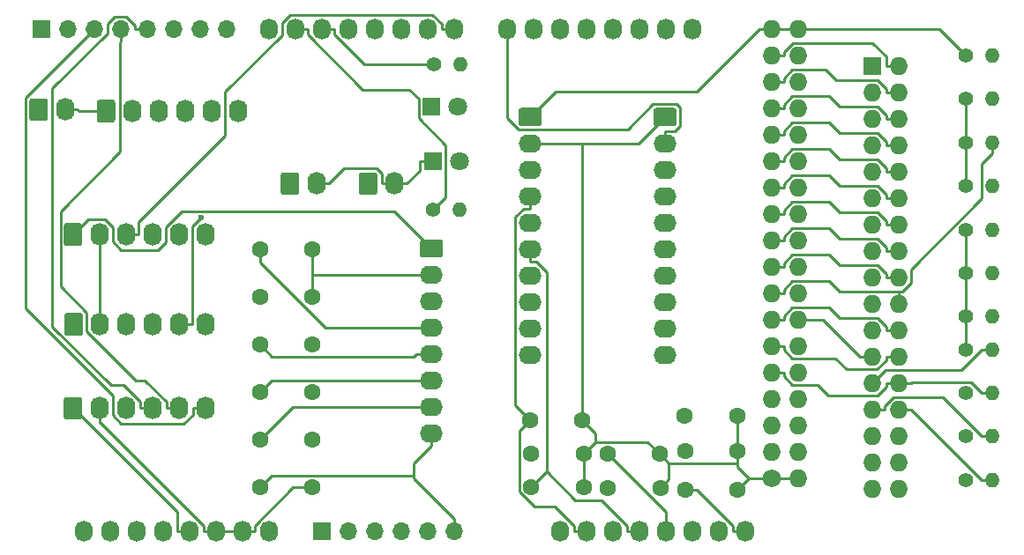
<source format=gbr>
G04 #@! TF.GenerationSoftware,KiCad,Pcbnew,(5.1.5-0-10_14)*
G04 #@! TF.CreationDate,2021-10-24T15:57:11+10:00*
G04 #@! TF.ProjectId,Hornet Forward Input Shield,486f726e-6574-4204-966f-727761726420,rev?*
G04 #@! TF.SameCoordinates,Original*
G04 #@! TF.FileFunction,Copper,L1,Top*
G04 #@! TF.FilePolarity,Positive*
%FSLAX46Y46*%
G04 Gerber Fmt 4.6, Leading zero omitted, Abs format (unit mm)*
G04 Created by KiCad (PCBNEW (5.1.5-0-10_14)) date 2021-10-24 15:57:11*
%MOMM*%
%LPD*%
G04 APERTURE LIST*
%ADD10O,2.200000X1.740000*%
%ADD11C,0.100000*%
%ADD12O,1.740000X2.200000*%
%ADD13C,1.400000*%
%ADD14O,1.400000X1.400000*%
%ADD15C,1.800000*%
%ADD16R,1.800000X1.800000*%
%ADD17C,1.600000*%
%ADD18O,1.700000X1.700000*%
%ADD19R,1.700000X1.700000*%
%ADD20O,1.727200X1.727200*%
%ADD21R,1.727200X1.727200*%
%ADD22C,1.727200*%
%ADD23O,1.727200X2.032000*%
%ADD24C,0.600000*%
%ADD25C,0.250000*%
G04 APERTURE END LIST*
D10*
X164719000Y-109728000D03*
X164719000Y-107188000D03*
X164719000Y-104648000D03*
X164719000Y-102108000D03*
X164719000Y-99568000D03*
X164719000Y-97028000D03*
X164719000Y-94488000D03*
G04 #@! TA.AperFunction,ComponentPad*
D11*
G36*
X165593505Y-91079204D02*
G01*
X165617773Y-91082804D01*
X165641572Y-91088765D01*
X165664671Y-91097030D01*
X165686850Y-91107520D01*
X165707893Y-91120132D01*
X165727599Y-91134747D01*
X165745777Y-91151223D01*
X165762253Y-91169401D01*
X165776868Y-91189107D01*
X165789480Y-91210150D01*
X165799970Y-91232329D01*
X165808235Y-91255428D01*
X165814196Y-91279227D01*
X165817796Y-91303495D01*
X165819000Y-91327999D01*
X165819000Y-92568001D01*
X165817796Y-92592505D01*
X165814196Y-92616773D01*
X165808235Y-92640572D01*
X165799970Y-92663671D01*
X165789480Y-92685850D01*
X165776868Y-92706893D01*
X165762253Y-92726599D01*
X165745777Y-92744777D01*
X165727599Y-92761253D01*
X165707893Y-92775868D01*
X165686850Y-92788480D01*
X165664671Y-92798970D01*
X165641572Y-92807235D01*
X165617773Y-92813196D01*
X165593505Y-92816796D01*
X165569001Y-92818000D01*
X163868999Y-92818000D01*
X163844495Y-92816796D01*
X163820227Y-92813196D01*
X163796428Y-92807235D01*
X163773329Y-92798970D01*
X163751150Y-92788480D01*
X163730107Y-92775868D01*
X163710401Y-92761253D01*
X163692223Y-92744777D01*
X163675747Y-92726599D01*
X163661132Y-92706893D01*
X163648520Y-92685850D01*
X163638030Y-92663671D01*
X163629765Y-92640572D01*
X163623804Y-92616773D01*
X163620204Y-92592505D01*
X163619000Y-92568001D01*
X163619000Y-91327999D01*
X163620204Y-91303495D01*
X163623804Y-91279227D01*
X163629765Y-91255428D01*
X163638030Y-91232329D01*
X163648520Y-91210150D01*
X163661132Y-91189107D01*
X163675747Y-91169401D01*
X163692223Y-91151223D01*
X163710401Y-91134747D01*
X163730107Y-91120132D01*
X163751150Y-91107520D01*
X163773329Y-91097030D01*
X163796428Y-91088765D01*
X163820227Y-91082804D01*
X163844495Y-91079204D01*
X163868999Y-91078000D01*
X165569001Y-91078000D01*
X165593505Y-91079204D01*
G37*
G04 #@! TD.AperFunction*
D12*
X153670000Y-85725000D03*
G04 #@! TA.AperFunction,ComponentPad*
D11*
G36*
X151774505Y-84626204D02*
G01*
X151798773Y-84629804D01*
X151822572Y-84635765D01*
X151845671Y-84644030D01*
X151867850Y-84654520D01*
X151888893Y-84667132D01*
X151908599Y-84681747D01*
X151926777Y-84698223D01*
X151943253Y-84716401D01*
X151957868Y-84736107D01*
X151970480Y-84757150D01*
X151980970Y-84779329D01*
X151989235Y-84802428D01*
X151995196Y-84826227D01*
X151998796Y-84850495D01*
X152000000Y-84874999D01*
X152000000Y-86575001D01*
X151998796Y-86599505D01*
X151995196Y-86623773D01*
X151989235Y-86647572D01*
X151980970Y-86670671D01*
X151970480Y-86692850D01*
X151957868Y-86713893D01*
X151943253Y-86733599D01*
X151926777Y-86751777D01*
X151908599Y-86768253D01*
X151888893Y-86782868D01*
X151867850Y-86795480D01*
X151845671Y-86805970D01*
X151822572Y-86814235D01*
X151798773Y-86820196D01*
X151774505Y-86823796D01*
X151750001Y-86825000D01*
X150509999Y-86825000D01*
X150485495Y-86823796D01*
X150461227Y-86820196D01*
X150437428Y-86814235D01*
X150414329Y-86805970D01*
X150392150Y-86795480D01*
X150371107Y-86782868D01*
X150351401Y-86768253D01*
X150333223Y-86751777D01*
X150316747Y-86733599D01*
X150302132Y-86713893D01*
X150289520Y-86692850D01*
X150279030Y-86670671D01*
X150270765Y-86647572D01*
X150264804Y-86623773D01*
X150261204Y-86599505D01*
X150260000Y-86575001D01*
X150260000Y-84874999D01*
X150261204Y-84850495D01*
X150264804Y-84826227D01*
X150270765Y-84802428D01*
X150279030Y-84779329D01*
X150289520Y-84757150D01*
X150302132Y-84736107D01*
X150316747Y-84716401D01*
X150333223Y-84698223D01*
X150351401Y-84681747D01*
X150371107Y-84667132D01*
X150392150Y-84654520D01*
X150414329Y-84644030D01*
X150437428Y-84635765D01*
X150461227Y-84629804D01*
X150485495Y-84626204D01*
X150509999Y-84625000D01*
X151750001Y-84625000D01*
X151774505Y-84626204D01*
G37*
G04 #@! TD.AperFunction*
D13*
X164846000Y-88265000D03*
D14*
X167386000Y-88265000D03*
D13*
X164973000Y-74295000D03*
D14*
X167513000Y-74295000D03*
D12*
X161163000Y-85725000D03*
G04 #@! TA.AperFunction,ComponentPad*
D11*
G36*
X159267505Y-84626204D02*
G01*
X159291773Y-84629804D01*
X159315572Y-84635765D01*
X159338671Y-84644030D01*
X159360850Y-84654520D01*
X159381893Y-84667132D01*
X159401599Y-84681747D01*
X159419777Y-84698223D01*
X159436253Y-84716401D01*
X159450868Y-84736107D01*
X159463480Y-84757150D01*
X159473970Y-84779329D01*
X159482235Y-84802428D01*
X159488196Y-84826227D01*
X159491796Y-84850495D01*
X159493000Y-84874999D01*
X159493000Y-86575001D01*
X159491796Y-86599505D01*
X159488196Y-86623773D01*
X159482235Y-86647572D01*
X159473970Y-86670671D01*
X159463480Y-86692850D01*
X159450868Y-86713893D01*
X159436253Y-86733599D01*
X159419777Y-86751777D01*
X159401599Y-86768253D01*
X159381893Y-86782868D01*
X159360850Y-86795480D01*
X159338671Y-86805970D01*
X159315572Y-86814235D01*
X159291773Y-86820196D01*
X159267505Y-86823796D01*
X159243001Y-86825000D01*
X158002999Y-86825000D01*
X157978495Y-86823796D01*
X157954227Y-86820196D01*
X157930428Y-86814235D01*
X157907329Y-86805970D01*
X157885150Y-86795480D01*
X157864107Y-86782868D01*
X157844401Y-86768253D01*
X157826223Y-86751777D01*
X157809747Y-86733599D01*
X157795132Y-86713893D01*
X157782520Y-86692850D01*
X157772030Y-86670671D01*
X157763765Y-86647572D01*
X157757804Y-86623773D01*
X157754204Y-86599505D01*
X157753000Y-86575001D01*
X157753000Y-84874999D01*
X157754204Y-84850495D01*
X157757804Y-84826227D01*
X157763765Y-84802428D01*
X157772030Y-84779329D01*
X157782520Y-84757150D01*
X157795132Y-84736107D01*
X157809747Y-84716401D01*
X157826223Y-84698223D01*
X157844401Y-84681747D01*
X157864107Y-84667132D01*
X157885150Y-84654520D01*
X157907329Y-84644030D01*
X157930428Y-84635765D01*
X157954227Y-84629804D01*
X157978495Y-84626204D01*
X158002999Y-84625000D01*
X159243001Y-84625000D01*
X159267505Y-84626204D01*
G37*
G04 #@! TD.AperFunction*
D12*
X146177000Y-78740000D03*
X143637000Y-78740000D03*
X141097000Y-78740000D03*
X138557000Y-78740000D03*
X136017000Y-78740000D03*
G04 #@! TA.AperFunction,ComponentPad*
D11*
G36*
X134121505Y-77641204D02*
G01*
X134145773Y-77644804D01*
X134169572Y-77650765D01*
X134192671Y-77659030D01*
X134214850Y-77669520D01*
X134235893Y-77682132D01*
X134255599Y-77696747D01*
X134273777Y-77713223D01*
X134290253Y-77731401D01*
X134304868Y-77751107D01*
X134317480Y-77772150D01*
X134327970Y-77794329D01*
X134336235Y-77817428D01*
X134342196Y-77841227D01*
X134345796Y-77865495D01*
X134347000Y-77889999D01*
X134347000Y-79590001D01*
X134345796Y-79614505D01*
X134342196Y-79638773D01*
X134336235Y-79662572D01*
X134327970Y-79685671D01*
X134317480Y-79707850D01*
X134304868Y-79728893D01*
X134290253Y-79748599D01*
X134273777Y-79766777D01*
X134255599Y-79783253D01*
X134235893Y-79797868D01*
X134214850Y-79810480D01*
X134192671Y-79820970D01*
X134169572Y-79829235D01*
X134145773Y-79835196D01*
X134121505Y-79838796D01*
X134097001Y-79840000D01*
X132856999Y-79840000D01*
X132832495Y-79838796D01*
X132808227Y-79835196D01*
X132784428Y-79829235D01*
X132761329Y-79820970D01*
X132739150Y-79810480D01*
X132718107Y-79797868D01*
X132698401Y-79783253D01*
X132680223Y-79766777D01*
X132663747Y-79748599D01*
X132649132Y-79728893D01*
X132636520Y-79707850D01*
X132626030Y-79685671D01*
X132617765Y-79662572D01*
X132611804Y-79638773D01*
X132608204Y-79614505D01*
X132607000Y-79590001D01*
X132607000Y-77889999D01*
X132608204Y-77865495D01*
X132611804Y-77841227D01*
X132617765Y-77817428D01*
X132626030Y-77794329D01*
X132636520Y-77772150D01*
X132649132Y-77751107D01*
X132663747Y-77731401D01*
X132680223Y-77713223D01*
X132698401Y-77696747D01*
X132718107Y-77682132D01*
X132739150Y-77669520D01*
X132761329Y-77659030D01*
X132784428Y-77650765D01*
X132808227Y-77644804D01*
X132832495Y-77641204D01*
X132856999Y-77640000D01*
X134097001Y-77640000D01*
X134121505Y-77641204D01*
G37*
G04 #@! TD.AperFunction*
D12*
X129540000Y-78613000D03*
G04 #@! TA.AperFunction,ComponentPad*
D11*
G36*
X127644505Y-77514204D02*
G01*
X127668773Y-77517804D01*
X127692572Y-77523765D01*
X127715671Y-77532030D01*
X127737850Y-77542520D01*
X127758893Y-77555132D01*
X127778599Y-77569747D01*
X127796777Y-77586223D01*
X127813253Y-77604401D01*
X127827868Y-77624107D01*
X127840480Y-77645150D01*
X127850970Y-77667329D01*
X127859235Y-77690428D01*
X127865196Y-77714227D01*
X127868796Y-77738495D01*
X127870000Y-77762999D01*
X127870000Y-79463001D01*
X127868796Y-79487505D01*
X127865196Y-79511773D01*
X127859235Y-79535572D01*
X127850970Y-79558671D01*
X127840480Y-79580850D01*
X127827868Y-79601893D01*
X127813253Y-79621599D01*
X127796777Y-79639777D01*
X127778599Y-79656253D01*
X127758893Y-79670868D01*
X127737850Y-79683480D01*
X127715671Y-79693970D01*
X127692572Y-79702235D01*
X127668773Y-79708196D01*
X127644505Y-79711796D01*
X127620001Y-79713000D01*
X126379999Y-79713000D01*
X126355495Y-79711796D01*
X126331227Y-79708196D01*
X126307428Y-79702235D01*
X126284329Y-79693970D01*
X126262150Y-79683480D01*
X126241107Y-79670868D01*
X126221401Y-79656253D01*
X126203223Y-79639777D01*
X126186747Y-79621599D01*
X126172132Y-79601893D01*
X126159520Y-79580850D01*
X126149030Y-79558671D01*
X126140765Y-79535572D01*
X126134804Y-79511773D01*
X126131204Y-79487505D01*
X126130000Y-79463001D01*
X126130000Y-77762999D01*
X126131204Y-77738495D01*
X126134804Y-77714227D01*
X126140765Y-77690428D01*
X126149030Y-77667329D01*
X126159520Y-77645150D01*
X126172132Y-77624107D01*
X126186747Y-77604401D01*
X126203223Y-77586223D01*
X126221401Y-77569747D01*
X126241107Y-77555132D01*
X126262150Y-77542520D01*
X126284329Y-77532030D01*
X126307428Y-77523765D01*
X126331227Y-77517804D01*
X126355495Y-77514204D01*
X126379999Y-77513000D01*
X127620001Y-77513000D01*
X127644505Y-77514204D01*
G37*
G04 #@! TD.AperFunction*
D15*
X167386000Y-83566000D03*
D16*
X164846000Y-83566000D03*
D15*
X167259000Y-78359000D03*
D16*
X164719000Y-78359000D03*
D12*
X143002000Y-107315000D03*
X140462000Y-107315000D03*
X137922000Y-107315000D03*
X135382000Y-107315000D03*
X132842000Y-107315000D03*
G04 #@! TA.AperFunction,ComponentPad*
D11*
G36*
X130946505Y-106216204D02*
G01*
X130970773Y-106219804D01*
X130994572Y-106225765D01*
X131017671Y-106234030D01*
X131039850Y-106244520D01*
X131060893Y-106257132D01*
X131080599Y-106271747D01*
X131098777Y-106288223D01*
X131115253Y-106306401D01*
X131129868Y-106326107D01*
X131142480Y-106347150D01*
X131152970Y-106369329D01*
X131161235Y-106392428D01*
X131167196Y-106416227D01*
X131170796Y-106440495D01*
X131172000Y-106464999D01*
X131172000Y-108165001D01*
X131170796Y-108189505D01*
X131167196Y-108213773D01*
X131161235Y-108237572D01*
X131152970Y-108260671D01*
X131142480Y-108282850D01*
X131129868Y-108303893D01*
X131115253Y-108323599D01*
X131098777Y-108341777D01*
X131080599Y-108358253D01*
X131060893Y-108372868D01*
X131039850Y-108385480D01*
X131017671Y-108395970D01*
X130994572Y-108404235D01*
X130970773Y-108410196D01*
X130946505Y-108413796D01*
X130922001Y-108415000D01*
X129681999Y-108415000D01*
X129657495Y-108413796D01*
X129633227Y-108410196D01*
X129609428Y-108404235D01*
X129586329Y-108395970D01*
X129564150Y-108385480D01*
X129543107Y-108372868D01*
X129523401Y-108358253D01*
X129505223Y-108341777D01*
X129488747Y-108323599D01*
X129474132Y-108303893D01*
X129461520Y-108282850D01*
X129451030Y-108260671D01*
X129442765Y-108237572D01*
X129436804Y-108213773D01*
X129433204Y-108189505D01*
X129432000Y-108165001D01*
X129432000Y-106464999D01*
X129433204Y-106440495D01*
X129436804Y-106416227D01*
X129442765Y-106392428D01*
X129451030Y-106369329D01*
X129461520Y-106347150D01*
X129474132Y-106326107D01*
X129488747Y-106306401D01*
X129505223Y-106288223D01*
X129523401Y-106271747D01*
X129543107Y-106257132D01*
X129564150Y-106244520D01*
X129586329Y-106234030D01*
X129609428Y-106225765D01*
X129633227Y-106219804D01*
X129657495Y-106216204D01*
X129681999Y-106215000D01*
X130922001Y-106215000D01*
X130946505Y-106216204D01*
G37*
G04 #@! TD.AperFunction*
D12*
X143066000Y-99250500D03*
X140526000Y-99250500D03*
X137986000Y-99250500D03*
X135446000Y-99250500D03*
X132906000Y-99250500D03*
G04 #@! TA.AperFunction,ComponentPad*
D11*
G36*
X131010505Y-98151704D02*
G01*
X131034773Y-98155304D01*
X131058572Y-98161265D01*
X131081671Y-98169530D01*
X131103850Y-98180020D01*
X131124893Y-98192632D01*
X131144599Y-98207247D01*
X131162777Y-98223723D01*
X131179253Y-98241901D01*
X131193868Y-98261607D01*
X131206480Y-98282650D01*
X131216970Y-98304829D01*
X131225235Y-98327928D01*
X131231196Y-98351727D01*
X131234796Y-98375995D01*
X131236000Y-98400499D01*
X131236000Y-100100501D01*
X131234796Y-100125005D01*
X131231196Y-100149273D01*
X131225235Y-100173072D01*
X131216970Y-100196171D01*
X131206480Y-100218350D01*
X131193868Y-100239393D01*
X131179253Y-100259099D01*
X131162777Y-100277277D01*
X131144599Y-100293753D01*
X131124893Y-100308368D01*
X131103850Y-100320980D01*
X131081671Y-100331470D01*
X131058572Y-100339735D01*
X131034773Y-100345696D01*
X131010505Y-100349296D01*
X130986001Y-100350500D01*
X129745999Y-100350500D01*
X129721495Y-100349296D01*
X129697227Y-100345696D01*
X129673428Y-100339735D01*
X129650329Y-100331470D01*
X129628150Y-100320980D01*
X129607107Y-100308368D01*
X129587401Y-100293753D01*
X129569223Y-100277277D01*
X129552747Y-100259099D01*
X129538132Y-100239393D01*
X129525520Y-100218350D01*
X129515030Y-100196171D01*
X129506765Y-100173072D01*
X129500804Y-100149273D01*
X129497204Y-100125005D01*
X129496000Y-100100501D01*
X129496000Y-98400499D01*
X129497204Y-98375995D01*
X129500804Y-98351727D01*
X129506765Y-98327928D01*
X129515030Y-98304829D01*
X129525520Y-98282650D01*
X129538132Y-98261607D01*
X129552747Y-98241901D01*
X129569223Y-98223723D01*
X129587401Y-98207247D01*
X129607107Y-98192632D01*
X129628150Y-98180020D01*
X129650329Y-98169530D01*
X129673428Y-98161265D01*
X129697227Y-98155304D01*
X129721495Y-98151704D01*
X129745999Y-98150500D01*
X130986001Y-98150500D01*
X131010505Y-98151704D01*
G37*
G04 #@! TD.AperFunction*
D12*
X143002000Y-90614500D03*
X140462000Y-90614500D03*
X137922000Y-90614500D03*
X135382000Y-90614500D03*
X132842000Y-90614500D03*
G04 #@! TA.AperFunction,ComponentPad*
D11*
G36*
X130946505Y-89515704D02*
G01*
X130970773Y-89519304D01*
X130994572Y-89525265D01*
X131017671Y-89533530D01*
X131039850Y-89544020D01*
X131060893Y-89556632D01*
X131080599Y-89571247D01*
X131098777Y-89587723D01*
X131115253Y-89605901D01*
X131129868Y-89625607D01*
X131142480Y-89646650D01*
X131152970Y-89668829D01*
X131161235Y-89691928D01*
X131167196Y-89715727D01*
X131170796Y-89739995D01*
X131172000Y-89764499D01*
X131172000Y-91464501D01*
X131170796Y-91489005D01*
X131167196Y-91513273D01*
X131161235Y-91537072D01*
X131152970Y-91560171D01*
X131142480Y-91582350D01*
X131129868Y-91603393D01*
X131115253Y-91623099D01*
X131098777Y-91641277D01*
X131080599Y-91657753D01*
X131060893Y-91672368D01*
X131039850Y-91684980D01*
X131017671Y-91695470D01*
X130994572Y-91703735D01*
X130970773Y-91709696D01*
X130946505Y-91713296D01*
X130922001Y-91714500D01*
X129681999Y-91714500D01*
X129657495Y-91713296D01*
X129633227Y-91709696D01*
X129609428Y-91703735D01*
X129586329Y-91695470D01*
X129564150Y-91684980D01*
X129543107Y-91672368D01*
X129523401Y-91657753D01*
X129505223Y-91641277D01*
X129488747Y-91623099D01*
X129474132Y-91603393D01*
X129461520Y-91582350D01*
X129451030Y-91560171D01*
X129442765Y-91537072D01*
X129436804Y-91513273D01*
X129433204Y-91489005D01*
X129432000Y-91464501D01*
X129432000Y-89764499D01*
X129433204Y-89739995D01*
X129436804Y-89715727D01*
X129442765Y-89691928D01*
X129451030Y-89668829D01*
X129461520Y-89646650D01*
X129474132Y-89625607D01*
X129488747Y-89605901D01*
X129505223Y-89587723D01*
X129523401Y-89571247D01*
X129543107Y-89556632D01*
X129564150Y-89544020D01*
X129586329Y-89533530D01*
X129609428Y-89525265D01*
X129633227Y-89519304D01*
X129657495Y-89515704D01*
X129681999Y-89514500D01*
X130922001Y-89514500D01*
X130946505Y-89515704D01*
G37*
G04 #@! TD.AperFunction*
D17*
X194040000Y-108077000D03*
X189040000Y-108077000D03*
X179180000Y-108458000D03*
X174180000Y-108458000D03*
X179308000Y-111696000D03*
X174308000Y-111696000D03*
X153272000Y-96647000D03*
X148272000Y-96647000D03*
X179308000Y-114872000D03*
X174308000Y-114872000D03*
X153272000Y-92075000D03*
X148272000Y-92075000D03*
X186610000Y-111696000D03*
X181610000Y-111696000D03*
X153272000Y-101219000D03*
X148272000Y-101219000D03*
X186674000Y-114998000D03*
X181674000Y-114998000D03*
X153272000Y-105791000D03*
X148272000Y-105791000D03*
X194103000Y-111442000D03*
X189103000Y-111442000D03*
X153272000Y-110363000D03*
X148272000Y-110363000D03*
X194103000Y-115126000D03*
X189103000Y-115126000D03*
X153272000Y-114935000D03*
X148272000Y-114935000D03*
D18*
X145034000Y-70866000D03*
X142494000Y-70866000D03*
X139954000Y-70866000D03*
X137414000Y-70866000D03*
X134874000Y-70866000D03*
X132334000Y-70866000D03*
X129794000Y-70866000D03*
D19*
X127254000Y-70866000D03*
D18*
X166878000Y-119126000D03*
X164338000Y-119126000D03*
X161798000Y-119126000D03*
X159258000Y-119126000D03*
X156718000Y-119126000D03*
D19*
X154178000Y-119126000D03*
D13*
X216027000Y-114201000D03*
D14*
X218567000Y-114201000D03*
D13*
X216027000Y-110020000D03*
D14*
X218567000Y-110020000D03*
D13*
X216027000Y-105839000D03*
D14*
X218567000Y-105839000D03*
D13*
X216027000Y-101658000D03*
D14*
X218567000Y-101658000D03*
D13*
X216027000Y-98492600D03*
D14*
X218567000Y-98492600D03*
D13*
X216027000Y-94311500D03*
D14*
X218567000Y-94311500D03*
D13*
X216027000Y-90130400D03*
D14*
X218567000Y-90130400D03*
D13*
X216027000Y-85949300D03*
D14*
X218567000Y-85949300D03*
D13*
X216027000Y-81768200D03*
D14*
X218567000Y-81768200D03*
D13*
X216027000Y-77587100D03*
D14*
X218567000Y-77587100D03*
D13*
X216027000Y-73406000D03*
D14*
X218567000Y-73406000D03*
D10*
X187134000Y-102171500D03*
X187134000Y-99631500D03*
X187134000Y-97091500D03*
X187134000Y-94551500D03*
X187134000Y-92011500D03*
X187134000Y-89471500D03*
X187134000Y-86931500D03*
X187134000Y-84391500D03*
X187134000Y-81851500D03*
G04 #@! TA.AperFunction,ComponentPad*
D11*
G36*
X188008505Y-78442704D02*
G01*
X188032773Y-78446304D01*
X188056572Y-78452265D01*
X188079671Y-78460530D01*
X188101850Y-78471020D01*
X188122893Y-78483632D01*
X188142599Y-78498247D01*
X188160777Y-78514723D01*
X188177253Y-78532901D01*
X188191868Y-78552607D01*
X188204480Y-78573650D01*
X188214970Y-78595829D01*
X188223235Y-78618928D01*
X188229196Y-78642727D01*
X188232796Y-78666995D01*
X188234000Y-78691499D01*
X188234000Y-79931501D01*
X188232796Y-79956005D01*
X188229196Y-79980273D01*
X188223235Y-80004072D01*
X188214970Y-80027171D01*
X188204480Y-80049350D01*
X188191868Y-80070393D01*
X188177253Y-80090099D01*
X188160777Y-80108277D01*
X188142599Y-80124753D01*
X188122893Y-80139368D01*
X188101850Y-80151980D01*
X188079671Y-80162470D01*
X188056572Y-80170735D01*
X188032773Y-80176696D01*
X188008505Y-80180296D01*
X187984001Y-80181500D01*
X186283999Y-80181500D01*
X186259495Y-80180296D01*
X186235227Y-80176696D01*
X186211428Y-80170735D01*
X186188329Y-80162470D01*
X186166150Y-80151980D01*
X186145107Y-80139368D01*
X186125401Y-80124753D01*
X186107223Y-80108277D01*
X186090747Y-80090099D01*
X186076132Y-80070393D01*
X186063520Y-80049350D01*
X186053030Y-80027171D01*
X186044765Y-80004072D01*
X186038804Y-79980273D01*
X186035204Y-79956005D01*
X186034000Y-79931501D01*
X186034000Y-78691499D01*
X186035204Y-78666995D01*
X186038804Y-78642727D01*
X186044765Y-78618928D01*
X186053030Y-78595829D01*
X186063520Y-78573650D01*
X186076132Y-78552607D01*
X186090747Y-78532901D01*
X186107223Y-78514723D01*
X186125401Y-78498247D01*
X186145107Y-78483632D01*
X186166150Y-78471020D01*
X186188329Y-78460530D01*
X186211428Y-78452265D01*
X186235227Y-78446304D01*
X186259495Y-78442704D01*
X186283999Y-78441500D01*
X187984001Y-78441500D01*
X188008505Y-78442704D01*
G37*
G04 #@! TD.AperFunction*
D10*
X174180000Y-102171500D03*
X174180000Y-99631500D03*
X174180000Y-97091500D03*
X174180000Y-94551500D03*
X174180000Y-92011500D03*
X174180000Y-89471500D03*
X174180000Y-86931500D03*
X174180000Y-84391500D03*
X174180000Y-81851500D03*
G04 #@! TA.AperFunction,ComponentPad*
D11*
G36*
X175054505Y-78442704D02*
G01*
X175078773Y-78446304D01*
X175102572Y-78452265D01*
X175125671Y-78460530D01*
X175147850Y-78471020D01*
X175168893Y-78483632D01*
X175188599Y-78498247D01*
X175206777Y-78514723D01*
X175223253Y-78532901D01*
X175237868Y-78552607D01*
X175250480Y-78573650D01*
X175260970Y-78595829D01*
X175269235Y-78618928D01*
X175275196Y-78642727D01*
X175278796Y-78666995D01*
X175280000Y-78691499D01*
X175280000Y-79931501D01*
X175278796Y-79956005D01*
X175275196Y-79980273D01*
X175269235Y-80004072D01*
X175260970Y-80027171D01*
X175250480Y-80049350D01*
X175237868Y-80070393D01*
X175223253Y-80090099D01*
X175206777Y-80108277D01*
X175188599Y-80124753D01*
X175168893Y-80139368D01*
X175147850Y-80151980D01*
X175125671Y-80162470D01*
X175102572Y-80170735D01*
X175078773Y-80176696D01*
X175054505Y-80180296D01*
X175030001Y-80181500D01*
X173329999Y-80181500D01*
X173305495Y-80180296D01*
X173281227Y-80176696D01*
X173257428Y-80170735D01*
X173234329Y-80162470D01*
X173212150Y-80151980D01*
X173191107Y-80139368D01*
X173171401Y-80124753D01*
X173153223Y-80108277D01*
X173136747Y-80090099D01*
X173122132Y-80070393D01*
X173109520Y-80049350D01*
X173099030Y-80027171D01*
X173090765Y-80004072D01*
X173084804Y-79980273D01*
X173081204Y-79956005D01*
X173080000Y-79931501D01*
X173080000Y-78691499D01*
X173081204Y-78666995D01*
X173084804Y-78642727D01*
X173090765Y-78618928D01*
X173099030Y-78595829D01*
X173109520Y-78573650D01*
X173122132Y-78552607D01*
X173136747Y-78532901D01*
X173153223Y-78514723D01*
X173171401Y-78498247D01*
X173191107Y-78483632D01*
X173212150Y-78471020D01*
X173234329Y-78460530D01*
X173257428Y-78452265D01*
X173281227Y-78446304D01*
X173305495Y-78442704D01*
X173329999Y-78441500D01*
X175030001Y-78441500D01*
X175054505Y-78442704D01*
G37*
G04 #@! TD.AperFunction*
D20*
X209550000Y-115062000D03*
X207010000Y-115062000D03*
X209550000Y-112522000D03*
X207010000Y-112522000D03*
X209550000Y-109982000D03*
X207010000Y-109982000D03*
X209550000Y-107442000D03*
X207010000Y-107442000D03*
X209550000Y-104902000D03*
X207010000Y-104902000D03*
X209550000Y-102362000D03*
X207010000Y-102362000D03*
X209550000Y-99822000D03*
X207010000Y-99822000D03*
X209550000Y-97282000D03*
X207010000Y-97282000D03*
X209550000Y-94742000D03*
X207010000Y-94742000D03*
X209550000Y-92202000D03*
X207010000Y-92202000D03*
X209550000Y-89662000D03*
X207010000Y-89662000D03*
X209550000Y-87122000D03*
X207010000Y-87122000D03*
X209550000Y-84582000D03*
X207010000Y-84582000D03*
X209550000Y-82042000D03*
X207010000Y-82042000D03*
X209550000Y-79502000D03*
X207010000Y-79502000D03*
X209550000Y-76962000D03*
X207010000Y-76962000D03*
X209550000Y-74422000D03*
D21*
X207010000Y-74422000D03*
D22*
X197358000Y-114046000D03*
D20*
X199898000Y-114046000D03*
X197358000Y-111506000D03*
X199898000Y-111506000D03*
X197358000Y-108966000D03*
X199898000Y-108966000D03*
X197358000Y-106426000D03*
X199898000Y-106426000D03*
X197358000Y-103886000D03*
X199898000Y-103886000D03*
X197358000Y-101346000D03*
X199898000Y-101346000D03*
X197358000Y-98806000D03*
X199898000Y-98806000D03*
X197358000Y-96266000D03*
X199898000Y-96266000D03*
X197358000Y-93726000D03*
X199898000Y-93726000D03*
X197358000Y-91186000D03*
X199898000Y-91186000D03*
X197358000Y-88646000D03*
X199898000Y-88646000D03*
X197358000Y-86106000D03*
X199898000Y-86106000D03*
X197358000Y-83566000D03*
X199898000Y-83566000D03*
X197358000Y-81026000D03*
X199898000Y-81026000D03*
X197358000Y-78486000D03*
X199898000Y-78486000D03*
X197358000Y-75946000D03*
X199898000Y-75946000D03*
X197358000Y-73406000D03*
X199898000Y-73406000D03*
X197358000Y-70866000D03*
X199898000Y-70866000D03*
D23*
X131318000Y-119126000D03*
X133858000Y-119126000D03*
X136398000Y-119126000D03*
X138938000Y-119126000D03*
X141478000Y-119126000D03*
X144018000Y-119126000D03*
X146558000Y-119126000D03*
X149098000Y-119126000D03*
X177038000Y-119126000D03*
X179578000Y-119126000D03*
X182118000Y-119126000D03*
X184658000Y-119126000D03*
X187198000Y-119126000D03*
X189738000Y-119126000D03*
X192278000Y-119126000D03*
X194818000Y-119126000D03*
X149098000Y-70866000D03*
X151638000Y-70866000D03*
X154178000Y-70866000D03*
X156718000Y-70866000D03*
X159258000Y-70866000D03*
X161798000Y-70866000D03*
X164338000Y-70866000D03*
X166878000Y-70866000D03*
X171958000Y-70866000D03*
X174498000Y-70866000D03*
X177038000Y-70866000D03*
X179578000Y-70866000D03*
X182118000Y-70866000D03*
X184658000Y-70866000D03*
X187198000Y-70866000D03*
X189738000Y-70866000D03*
D24*
X142588100Y-88999700D03*
D25*
X179308000Y-111696000D02*
X179308000Y-114872000D01*
X180457900Y-110546100D02*
X179308000Y-111696000D01*
X187514100Y-112600100D02*
X186610000Y-111696000D01*
X194103000Y-112600100D02*
X187514100Y-112600100D01*
X187514100Y-112600100D02*
X187514100Y-114157900D01*
X187514100Y-114157900D02*
X186674000Y-114998000D01*
X195183000Y-114046000D02*
X194103000Y-115126000D01*
X197358000Y-114046000D02*
X195183000Y-114046000D01*
X195183000Y-114046000D02*
X194103000Y-112966000D01*
X194103000Y-112966000D02*
X194103000Y-112600100D01*
X194103000Y-112600100D02*
X194103000Y-111442000D01*
X194103000Y-111442000D02*
X194040000Y-111379000D01*
X194040000Y-111379000D02*
X194040000Y-108077000D01*
X179180000Y-81851500D02*
X184594000Y-81851500D01*
X184594000Y-81851500D02*
X187134000Y-79311500D01*
X174180000Y-81851500D02*
X179180000Y-81851500D01*
X179180000Y-81851500D02*
X179180000Y-108458000D01*
X180457900Y-110546100D02*
X180457900Y-109735900D01*
X180457900Y-109735900D02*
X179180000Y-108458000D01*
X199898000Y-114046000D02*
X197358000Y-114046000D01*
X186610000Y-111696000D02*
X185460100Y-110546100D01*
X185460100Y-110546100D02*
X180457900Y-110546100D01*
X218567000Y-114201000D02*
X217541700Y-114201000D01*
X209550000Y-107442000D02*
X210782700Y-107442000D01*
X210782700Y-107442000D02*
X217541700Y-114201000D01*
X209550000Y-104902000D02*
X208361100Y-104902000D01*
X197358000Y-103886000D02*
X198546900Y-103886000D01*
X198546900Y-103886000D02*
X198546900Y-104257600D01*
X198546900Y-104257600D02*
X199364200Y-105074900D01*
X199364200Y-105074900D02*
X201756500Y-105074900D01*
X201756500Y-105074900D02*
X202772500Y-106090900D01*
X202772500Y-106090900D02*
X207543800Y-106090900D01*
X207543800Y-106090900D02*
X208361100Y-105273600D01*
X208361100Y-105273600D02*
X208361100Y-104902000D01*
X218567000Y-105839000D02*
X217541700Y-105839000D01*
X209550000Y-104902000D02*
X210738900Y-104902000D01*
X210738900Y-104902000D02*
X210827200Y-104813700D01*
X210827200Y-104813700D02*
X216516400Y-104813700D01*
X216516400Y-104813700D02*
X217541700Y-105839000D01*
X218567000Y-110020000D02*
X217541700Y-110020000D01*
X207010000Y-107442000D02*
X208198900Y-107442000D01*
X208198900Y-107442000D02*
X208198900Y-107070500D01*
X208198900Y-107070500D02*
X209026500Y-106242900D01*
X209026500Y-106242900D02*
X213764600Y-106242900D01*
X213764600Y-106242900D02*
X217541700Y-110020000D01*
X209550000Y-102362000D02*
X208361100Y-102362000D01*
X197358000Y-101346000D02*
X198546900Y-101346000D01*
X198546900Y-101346000D02*
X198546900Y-101717600D01*
X198546900Y-101717600D02*
X199364200Y-102534900D01*
X199364200Y-102534900D02*
X203507000Y-102534900D01*
X203507000Y-102534900D02*
X204538900Y-103566800D01*
X204538900Y-103566800D02*
X207487200Y-103566800D01*
X207487200Y-103566800D02*
X208361100Y-102692900D01*
X208361100Y-102692900D02*
X208361100Y-102362000D01*
X218567000Y-101658000D02*
X217541700Y-101658000D01*
X207010000Y-104902000D02*
X208280000Y-103632000D01*
X208280000Y-103632000D02*
X215567700Y-103632000D01*
X215567700Y-103632000D02*
X217541700Y-101658000D01*
X209550000Y-99822000D02*
X208361100Y-99822000D01*
X197358000Y-98806000D02*
X198546900Y-98806000D01*
X198546900Y-98806000D02*
X198546900Y-98434500D01*
X198546900Y-98434500D02*
X199366800Y-97614600D01*
X199366800Y-97614600D02*
X202859700Y-97614600D01*
X202859700Y-97614600D02*
X203878200Y-98633100D01*
X203878200Y-98633100D02*
X207543800Y-98633100D01*
X207543800Y-98633100D02*
X208361100Y-99450400D01*
X208361100Y-99450400D02*
X208361100Y-99822000D01*
X207010000Y-102362000D02*
X205821100Y-102362000D01*
X199898000Y-98806000D02*
X201086900Y-98806000D01*
X201086900Y-98806000D02*
X202265100Y-98806000D01*
X202265100Y-98806000D02*
X205821100Y-102362000D01*
X197358000Y-96266000D02*
X198546900Y-96266000D01*
X198546900Y-96266000D02*
X198546900Y-95894500D01*
X198546900Y-95894500D02*
X199366800Y-95074600D01*
X199366800Y-95074600D02*
X202859700Y-95074600D01*
X202859700Y-95074600D02*
X203878200Y-96093100D01*
X203878200Y-96093100D02*
X209550000Y-96093100D01*
X218567000Y-81768200D02*
X218567000Y-82793500D01*
X209550000Y-97282000D02*
X209550000Y-96093100D01*
X209550000Y-96093100D02*
X209921600Y-96093100D01*
X209921600Y-96093100D02*
X210738900Y-95275800D01*
X210738900Y-95275800D02*
X210738900Y-93948000D01*
X210738900Y-93948000D02*
X217541700Y-87145200D01*
X217541700Y-87145200D02*
X217541700Y-83818800D01*
X217541700Y-83818800D02*
X218567000Y-82793500D01*
X209550000Y-94742000D02*
X208361100Y-94742000D01*
X197358000Y-93726000D02*
X198546900Y-93726000D01*
X198546900Y-93726000D02*
X198546900Y-93354500D01*
X198546900Y-93354500D02*
X199366800Y-92534600D01*
X199366800Y-92534600D02*
X202859700Y-92534600D01*
X202859700Y-92534600D02*
X203878200Y-93553100D01*
X203878200Y-93553100D02*
X207543800Y-93553100D01*
X207543800Y-93553100D02*
X208361100Y-94370400D01*
X208361100Y-94370400D02*
X208361100Y-94742000D01*
X209550000Y-92202000D02*
X208361100Y-92202000D01*
X197358000Y-91186000D02*
X198546900Y-91186000D01*
X198546900Y-91186000D02*
X198546900Y-90814500D01*
X198546900Y-90814500D02*
X199366800Y-89994600D01*
X199366800Y-89994600D02*
X202859700Y-89994600D01*
X202859700Y-89994600D02*
X203878200Y-91013100D01*
X203878200Y-91013100D02*
X207543800Y-91013100D01*
X207543800Y-91013100D02*
X208361100Y-91830400D01*
X208361100Y-91830400D02*
X208361100Y-92202000D01*
X209550000Y-89662000D02*
X208361100Y-89662000D01*
X197358000Y-88646000D02*
X198546900Y-88646000D01*
X198546900Y-88646000D02*
X198546900Y-88274500D01*
X198546900Y-88274500D02*
X199366800Y-87454600D01*
X199366800Y-87454600D02*
X202859700Y-87454600D01*
X202859700Y-87454600D02*
X203878200Y-88473100D01*
X203878200Y-88473100D02*
X207543800Y-88473100D01*
X207543800Y-88473100D02*
X208361100Y-89290400D01*
X208361100Y-89290400D02*
X208361100Y-89662000D01*
X209550000Y-87122000D02*
X208361100Y-87122000D01*
X197358000Y-86106000D02*
X198546900Y-86106000D01*
X198546900Y-86106000D02*
X198546900Y-85734500D01*
X198546900Y-85734500D02*
X199366800Y-84914600D01*
X199366800Y-84914600D02*
X202859700Y-84914600D01*
X202859700Y-84914600D02*
X203878200Y-85933100D01*
X203878200Y-85933100D02*
X207543800Y-85933100D01*
X207543800Y-85933100D02*
X208361100Y-86750400D01*
X208361100Y-86750400D02*
X208361100Y-87122000D01*
X209550000Y-84582000D02*
X208361100Y-84582000D01*
X197358000Y-83566000D02*
X198546900Y-83566000D01*
X198546900Y-83566000D02*
X198546900Y-83194500D01*
X198546900Y-83194500D02*
X199366800Y-82374600D01*
X199366800Y-82374600D02*
X202859700Y-82374600D01*
X202859700Y-82374600D02*
X203878200Y-83393100D01*
X203878200Y-83393100D02*
X207543800Y-83393100D01*
X207543800Y-83393100D02*
X208361100Y-84210400D01*
X208361100Y-84210400D02*
X208361100Y-84582000D01*
X209550000Y-82042000D02*
X208361100Y-82042000D01*
X197358000Y-81026000D02*
X198546900Y-81026000D01*
X198546900Y-81026000D02*
X198546900Y-80654500D01*
X198546900Y-80654500D02*
X199366800Y-79834600D01*
X199366800Y-79834600D02*
X202859700Y-79834600D01*
X202859700Y-79834600D02*
X203878200Y-80853100D01*
X203878200Y-80853100D02*
X207543800Y-80853100D01*
X207543800Y-80853100D02*
X208361100Y-81670400D01*
X208361100Y-81670400D02*
X208361100Y-82042000D01*
X209550000Y-79502000D02*
X208361100Y-79502000D01*
X197358000Y-78486000D02*
X198546900Y-78486000D01*
X198546900Y-78486000D02*
X198546900Y-78114500D01*
X198546900Y-78114500D02*
X199366800Y-77294600D01*
X199366800Y-77294600D02*
X202859700Y-77294600D01*
X202859700Y-77294600D02*
X203878200Y-78313100D01*
X203878200Y-78313100D02*
X207543800Y-78313100D01*
X207543800Y-78313100D02*
X208361100Y-79130400D01*
X208361100Y-79130400D02*
X208361100Y-79502000D01*
X209550000Y-76962000D02*
X208361100Y-76962000D01*
X197358000Y-75946000D02*
X198546900Y-75946000D01*
X198546900Y-75946000D02*
X198546900Y-75574500D01*
X198546900Y-75574500D02*
X199366800Y-74754600D01*
X199366800Y-74754600D02*
X202577400Y-74754600D01*
X202577400Y-74754600D02*
X203595900Y-75773100D01*
X203595900Y-75773100D02*
X207543800Y-75773100D01*
X207543800Y-75773100D02*
X208361100Y-76590400D01*
X208361100Y-76590400D02*
X208361100Y-76962000D01*
X209550000Y-74422000D02*
X208361100Y-74422000D01*
X197358000Y-73406000D02*
X198546900Y-73406000D01*
X198546900Y-73406000D02*
X198546900Y-73034500D01*
X198546900Y-73034500D02*
X199376100Y-72205300D01*
X199376100Y-72205300D02*
X207036100Y-72205300D01*
X207036100Y-72205300D02*
X208361100Y-73530300D01*
X208361100Y-73530300D02*
X208361100Y-74422000D01*
X197358000Y-70866000D02*
X196169100Y-70866000D01*
X196169100Y-70866000D02*
X190190800Y-76844300D01*
X190190800Y-76844300D02*
X176647200Y-76844300D01*
X176647200Y-76844300D02*
X174180000Y-79311500D01*
X199898000Y-70866000D02*
X197358000Y-70866000D01*
X216027000Y-98492600D02*
X216027000Y-101658000D01*
X216027000Y-94311500D02*
X216027000Y-98492600D01*
X216027000Y-90130400D02*
X216027000Y-94311500D01*
X216027000Y-81768200D02*
X216027000Y-85949300D01*
X216027000Y-77587100D02*
X216027000Y-81768200D01*
X199898000Y-70866000D02*
X213487000Y-70866000D01*
X213487000Y-70866000D02*
X216027000Y-73406000D01*
X174180000Y-108458000D02*
X172743700Y-107021700D01*
X172743700Y-107021700D02*
X172743700Y-88941600D01*
X172743700Y-88941600D02*
X173558500Y-88126800D01*
X173558500Y-88126800D02*
X174180000Y-88126800D01*
X174180000Y-86931500D02*
X174180000Y-88126800D01*
X178389100Y-119126000D02*
X178389100Y-118605900D01*
X178389100Y-118605900D02*
X176556600Y-116773400D01*
X176556600Y-116773400D02*
X174612000Y-116773400D01*
X174612000Y-116773400D02*
X173149600Y-115311000D01*
X173149600Y-115311000D02*
X173149600Y-109488400D01*
X173149600Y-109488400D02*
X174180000Y-108458000D01*
X179578000Y-119126000D02*
X178389100Y-119126000D01*
X175781900Y-113398100D02*
X174308000Y-114872000D01*
X174180000Y-93206800D02*
X174777600Y-93206800D01*
X174777600Y-93206800D02*
X175781900Y-94211100D01*
X175781900Y-94211100D02*
X175781900Y-113398100D01*
X183469100Y-119126000D02*
X183469100Y-118605900D01*
X183469100Y-118605900D02*
X181017200Y-116154000D01*
X181017200Y-116154000D02*
X178537800Y-116154000D01*
X178537800Y-116154000D02*
X175781900Y-113398100D01*
X184658000Y-119126000D02*
X183469100Y-119126000D01*
X174180000Y-92011500D02*
X174180000Y-93206800D01*
X181610000Y-111696000D02*
X187198000Y-117284000D01*
X187198000Y-117284000D02*
X187198000Y-119126000D01*
X194818000Y-119126000D02*
X193629100Y-119126000D01*
X193629100Y-119126000D02*
X193629100Y-118605900D01*
X193629100Y-118605900D02*
X190149200Y-115126000D01*
X190149200Y-115126000D02*
X189103000Y-115126000D01*
X187134000Y-81851500D02*
X187134000Y-80656200D01*
X171958000Y-70866000D02*
X171958000Y-79412400D01*
X171958000Y-79412400D02*
X173054500Y-80508900D01*
X173054500Y-80508900D02*
X183539200Y-80508900D01*
X183539200Y-80508900D02*
X185957400Y-78090700D01*
X185957400Y-78090700D02*
X188248700Y-78090700D01*
X188248700Y-78090700D02*
X188577900Y-78419900D01*
X188577900Y-78419900D02*
X188577900Y-80183500D01*
X188577900Y-80183500D02*
X188105200Y-80656200D01*
X188105200Y-80656200D02*
X187134000Y-80656200D01*
X146558000Y-119126000D02*
X147746900Y-119126000D01*
X147746900Y-119126000D02*
X147746900Y-118605900D01*
X147746900Y-118605900D02*
X151417800Y-114935000D01*
X151417800Y-114935000D02*
X153272000Y-114935000D01*
X144018000Y-119126000D02*
X146558000Y-119126000D01*
X144018000Y-119126000D02*
X142829100Y-119126000D01*
X142829100Y-119126000D02*
X142829100Y-118628600D01*
X142829100Y-118628600D02*
X132940800Y-108740300D01*
X132940800Y-108740300D02*
X132842000Y-108740300D01*
X132842000Y-107315000D02*
X132842000Y-108740300D01*
X164846000Y-83566000D02*
X163620700Y-83566000D01*
X161163000Y-85725000D02*
X162358300Y-85725000D01*
X163620700Y-83566000D02*
X163620700Y-84462600D01*
X163620700Y-84462600D02*
X162358300Y-85725000D01*
X161163000Y-85725000D02*
X159967700Y-85725000D01*
X153670000Y-85725000D02*
X154865300Y-85725000D01*
X154865300Y-85725000D02*
X156314100Y-84276200D01*
X156314100Y-84276200D02*
X159490100Y-84276200D01*
X159490100Y-84276200D02*
X159967700Y-84753800D01*
X159967700Y-84753800D02*
X159967700Y-85725000D01*
X132906000Y-99250500D02*
X132906000Y-97825200D01*
X132906000Y-97825200D02*
X132842000Y-97761200D01*
X132842000Y-97761200D02*
X132842000Y-90614500D01*
X153272000Y-94488000D02*
X153272000Y-92075000D01*
X153272000Y-96647000D02*
X153272000Y-94488000D01*
X153272000Y-94488000D02*
X163293700Y-94488000D01*
X164719000Y-94488000D02*
X163293700Y-94488000D01*
X166878000Y-119126000D02*
X166878000Y-117950700D01*
X162993300Y-113792000D02*
X162993300Y-112649000D01*
X162993300Y-112649000D02*
X164719000Y-110923300D01*
X166878000Y-117950700D02*
X162993300Y-114066000D01*
X162993300Y-114066000D02*
X162993300Y-113792000D01*
X162993300Y-113792000D02*
X149415000Y-113792000D01*
X149415000Y-113792000D02*
X148272000Y-114935000D01*
X164719000Y-109728000D02*
X164719000Y-110923300D01*
X164719000Y-107188000D02*
X151447000Y-107188000D01*
X151447000Y-107188000D02*
X148272000Y-110363000D01*
X164719000Y-104648000D02*
X149415000Y-104648000D01*
X149415000Y-104648000D02*
X148272000Y-105791000D01*
X164719000Y-102108000D02*
X163293700Y-102108000D01*
X148272000Y-101219000D02*
X149408900Y-102355900D01*
X149408900Y-102355900D02*
X163045800Y-102355900D01*
X163045800Y-102355900D02*
X163293700Y-102108000D01*
X164719000Y-99568000D02*
X154564300Y-99568000D01*
X154564300Y-99568000D02*
X148272000Y-93275700D01*
X148272000Y-93275700D02*
X148272000Y-92075000D01*
X164719000Y-91948000D02*
X161121600Y-88350600D01*
X161121600Y-88350600D02*
X140734700Y-88350600D01*
X140734700Y-88350600D02*
X139192000Y-89893300D01*
X139192000Y-89893300D02*
X139192000Y-91324700D01*
X139192000Y-91324700D02*
X138439700Y-92077000D01*
X138439700Y-92077000D02*
X134910700Y-92077000D01*
X134910700Y-92077000D02*
X134112000Y-91278300D01*
X134112000Y-91278300D02*
X134112000Y-89897300D01*
X134112000Y-89897300D02*
X133403300Y-89188600D01*
X133403300Y-89188600D02*
X131727900Y-89188600D01*
X131727900Y-89188600D02*
X130302000Y-90614500D01*
X141478000Y-119126000D02*
X140289100Y-119126000D01*
X140289100Y-119126000D02*
X140289100Y-117302100D01*
X140289100Y-117302100D02*
X130302000Y-107315000D01*
X135382000Y-90614500D02*
X136577300Y-90614500D01*
X166878000Y-70866000D02*
X165689100Y-70866000D01*
X165689100Y-70866000D02*
X165689100Y-70345900D01*
X165689100Y-70345900D02*
X164821300Y-69478100D01*
X164821300Y-69478100D02*
X151140400Y-69478100D01*
X151140400Y-69478100D02*
X150368000Y-70250500D01*
X150368000Y-70250500D02*
X150368000Y-71458800D01*
X150368000Y-71458800D02*
X144907000Y-76919800D01*
X144907000Y-76919800D02*
X144907000Y-81089500D01*
X144907000Y-81089500D02*
X136577300Y-89419200D01*
X136577300Y-89419200D02*
X136577300Y-90614500D01*
X142588100Y-88999700D02*
X141721300Y-89866500D01*
X141721300Y-89866500D02*
X141721300Y-99250500D01*
X140526000Y-99250500D02*
X141721300Y-99250500D01*
X151638000Y-70866000D02*
X152826900Y-70866000D01*
X152826900Y-70866000D02*
X152826900Y-71386100D01*
X152826900Y-71386100D02*
X158123000Y-76682200D01*
X158123000Y-76682200D02*
X162614000Y-76682200D01*
X162614000Y-76682200D02*
X163493600Y-77561800D01*
X163493600Y-77561800D02*
X163493600Y-79434600D01*
X163493600Y-79434600D02*
X166071400Y-82012400D01*
X166071400Y-82012400D02*
X166071400Y-87039600D01*
X166071400Y-87039600D02*
X164846000Y-88265000D01*
X154178000Y-70866000D02*
X155366900Y-70866000D01*
X155366900Y-70866000D02*
X155366900Y-71386100D01*
X155366900Y-71386100D02*
X158275800Y-74295000D01*
X158275800Y-74295000D02*
X164973000Y-74295000D01*
X143002000Y-107315000D02*
X141806700Y-107315000D01*
X132334000Y-70866000D02*
X125763900Y-77436100D01*
X125763900Y-77436100D02*
X125763900Y-97731400D01*
X125763900Y-97731400D02*
X134112000Y-106079500D01*
X134112000Y-106079500D02*
X134112000Y-107992000D01*
X134112000Y-107992000D02*
X134891900Y-108771900D01*
X134891900Y-108771900D02*
X140947400Y-108771900D01*
X140947400Y-108771900D02*
X141806700Y-107912600D01*
X141806700Y-107912600D02*
X141806700Y-107315000D01*
X140462000Y-107315000D02*
X139266700Y-107315000D01*
X134874000Y-70866000D02*
X134874000Y-72041300D01*
X134874000Y-72041300D02*
X134805000Y-72110300D01*
X134805000Y-72110300D02*
X134805000Y-82675700D01*
X134805000Y-82675700D02*
X129103600Y-88377100D01*
X129103600Y-88377100D02*
X129103600Y-95591600D01*
X129103600Y-95591600D02*
X131636500Y-98124500D01*
X131636500Y-98124500D02*
X131636500Y-99925700D01*
X131636500Y-99925700D02*
X136370100Y-104659300D01*
X136370100Y-104659300D02*
X137208600Y-104659300D01*
X137208600Y-104659300D02*
X139266700Y-106717400D01*
X139266700Y-106717400D02*
X139266700Y-107315000D01*
X136726700Y-107315000D02*
X136726700Y-106717400D01*
X136726700Y-106717400D02*
X135119000Y-105109700D01*
X135119000Y-105109700D02*
X133937000Y-105109700D01*
X133937000Y-105109700D02*
X128328000Y-99500700D01*
X128328000Y-99500700D02*
X128328000Y-76552600D01*
X128328000Y-76552600D02*
X133604000Y-71276600D01*
X133604000Y-71276600D02*
X133604000Y-70395800D01*
X133604000Y-70395800D02*
X134326500Y-69673300D01*
X134326500Y-69673300D02*
X135413300Y-69673300D01*
X135413300Y-69673300D02*
X136238700Y-70498700D01*
X136238700Y-70498700D02*
X136238700Y-70866000D01*
X137922000Y-107315000D02*
X136726700Y-107315000D01*
X137414000Y-70866000D02*
X136238700Y-70866000D01*
X129540000Y-78613000D02*
X130735300Y-78613000D01*
X133477000Y-78740000D02*
X130862300Y-78740000D01*
X130862300Y-78740000D02*
X130735300Y-78613000D01*
M02*

</source>
